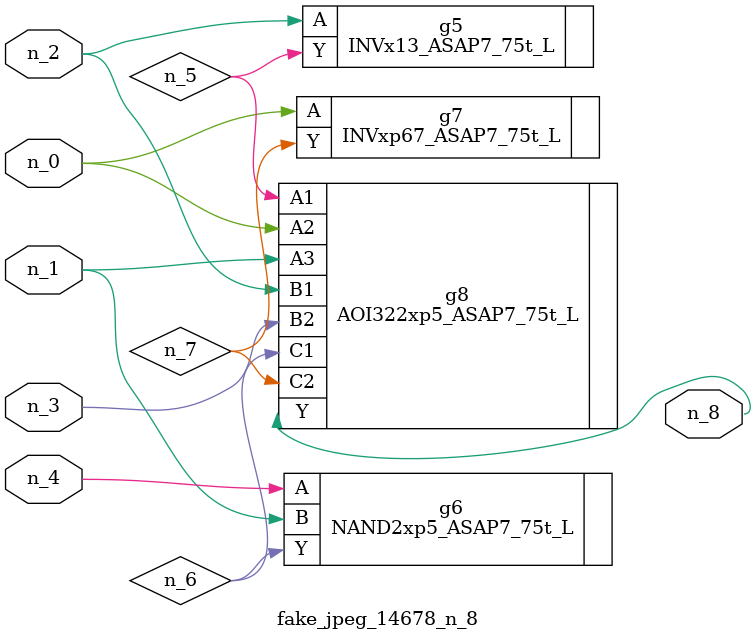
<source format=v>
module fake_jpeg_14678_n_8 (n_3, n_2, n_1, n_0, n_4, n_8);

input n_3;
input n_2;
input n_1;
input n_0;
input n_4;

output n_8;

wire n_6;
wire n_5;
wire n_7;

INVx13_ASAP7_75t_L g5 ( 
.A(n_2),
.Y(n_5)
);

NAND2xp5_ASAP7_75t_L g6 ( 
.A(n_4),
.B(n_1),
.Y(n_6)
);

INVxp67_ASAP7_75t_L g7 ( 
.A(n_0),
.Y(n_7)
);

AOI322xp5_ASAP7_75t_L g8 ( 
.A1(n_5),
.A2(n_0),
.A3(n_1),
.B1(n_2),
.B2(n_3),
.C1(n_6),
.C2(n_7),
.Y(n_8)
);


endmodule
</source>
